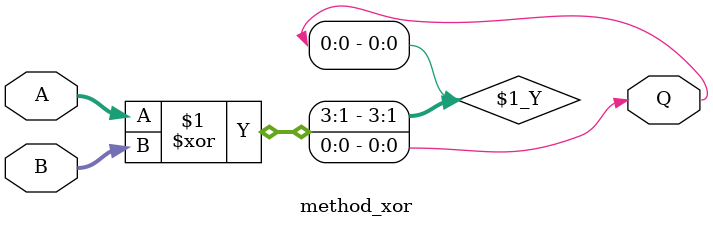
<source format=sv>
module method_xor#(parameter N=4)(A,B,Q);
	
	input logic [N-1:0] A;
	input logic [N-1:0] B;
	output logic Q;
	
	assign Q = A ^ B;
	
endmodule

</source>
